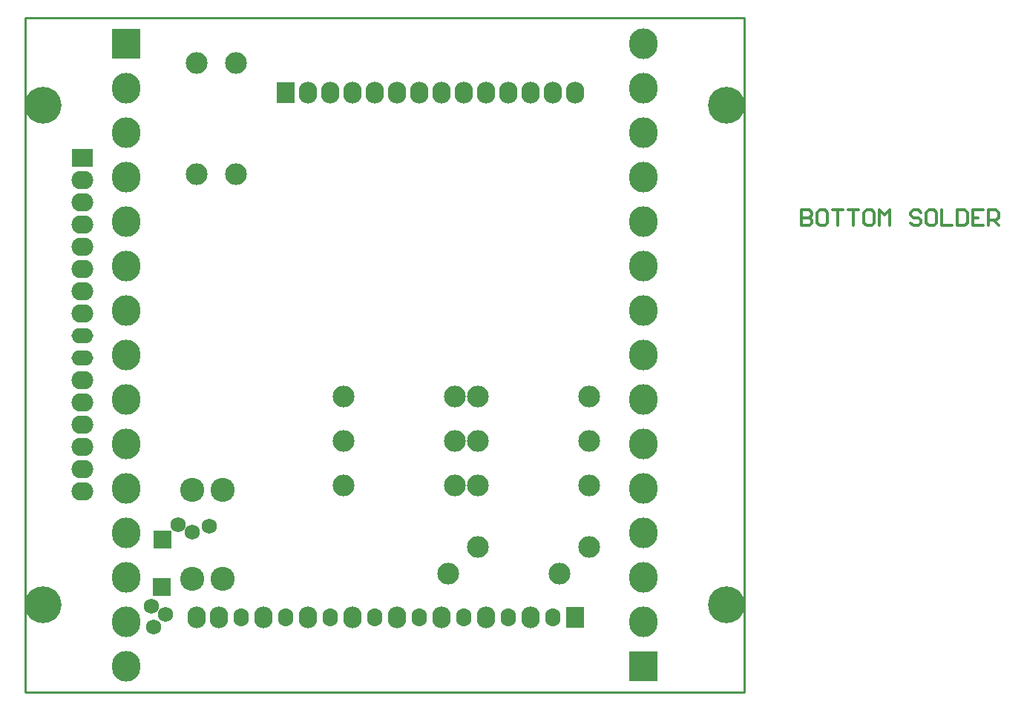
<source format=gbs>
G04 Layer_Color=16711935*
%FSLAX25Y25*%
%MOIN*%
G70*
G01*
G75*
%ADD12C,0.01200*%
%ADD36C,0.01000*%
%ADD41C,0.10800*%
%ADD42C,0.06800*%
%ADD43R,0.08300X0.09800*%
%ADD44O,0.08300X0.09800*%
%ADD45R,0.09800X0.08300*%
%ADD46O,0.09800X0.08300*%
%ADD47O,0.09800X0.06800*%
%ADD48O,0.12800X0.13800*%
%ADD49R,0.12800X0.13800*%
%ADD52C,0.16548*%
%ADD53O,0.06800X0.08300*%
%ADD54C,0.09800*%
%ADD55R,0.08268X0.07874*%
%ADD56R,0.08268X0.08268*%
D12*
X348561Y216847D02*
Y209849D01*
X352060D01*
X353226Y211015D01*
Y212181D01*
X352060Y213348D01*
X348561D01*
X352060D01*
X353226Y214514D01*
Y215680D01*
X352060Y216847D01*
X348561D01*
X359057D02*
X356725D01*
X355558Y215680D01*
Y211015D01*
X356725Y209849D01*
X359057D01*
X360224Y211015D01*
Y215680D01*
X359057Y216847D01*
X362556D02*
X367221D01*
X364889D01*
Y209849D01*
X369554Y216847D02*
X374219D01*
X371886D01*
Y209849D01*
X380050Y216847D02*
X377718D01*
X376552Y215680D01*
Y211015D01*
X377718Y209849D01*
X380050D01*
X381217Y211015D01*
Y215680D01*
X380050Y216847D01*
X383549Y209849D02*
Y216847D01*
X385882Y214514D01*
X388214Y216847D01*
Y209849D01*
X402210Y215680D02*
X401044Y216847D01*
X398711D01*
X397545Y215680D01*
Y214514D01*
X398711Y213348D01*
X401044D01*
X402210Y212181D01*
Y211015D01*
X401044Y209849D01*
X398711D01*
X397545Y211015D01*
X408041Y216847D02*
X405709D01*
X404542Y215680D01*
Y211015D01*
X405709Y209849D01*
X408041D01*
X409208Y211015D01*
Y215680D01*
X408041Y216847D01*
X411540D02*
Y209849D01*
X416206D01*
X418538Y216847D02*
Y209849D01*
X422037D01*
X423203Y211015D01*
Y215680D01*
X422037Y216847D01*
X418538D01*
X430201D02*
X425536D01*
Y209849D01*
X430201D01*
X425536Y213348D02*
X427868D01*
X432534Y209849D02*
Y216847D01*
X436032D01*
X437199Y215680D01*
Y213348D01*
X436032Y212181D01*
X432534D01*
X434866D02*
X437199Y209849D01*
D36*
X322835Y0D02*
Y303150D01*
X0D02*
X322835D01*
X0Y0D02*
Y303150D01*
Y0D02*
X322835D01*
D41*
X74819Y91032D02*
D03*
Y51032D02*
D03*
X88519Y91032D02*
D03*
Y51032D02*
D03*
D42*
X82432Y74600D02*
D03*
X74932Y72000D02*
D03*
X68432Y75100D02*
D03*
X62932Y34800D02*
D03*
X57531Y29300D02*
D03*
X56432Y38600D02*
D03*
D43*
X117008Y269685D02*
D03*
X246929Y33465D02*
D03*
D44*
X127008Y269685D02*
D03*
X137008D02*
D03*
X147008D02*
D03*
X157008D02*
D03*
X167008D02*
D03*
X177008D02*
D03*
X187008D02*
D03*
X197008D02*
D03*
X207008D02*
D03*
X217008D02*
D03*
X227008D02*
D03*
X237008D02*
D03*
X247008D02*
D03*
X76929Y33465D02*
D03*
X86929D02*
D03*
X106929D02*
D03*
X126929D02*
D03*
X146929D02*
D03*
X166929D02*
D03*
X186929D02*
D03*
X206929D02*
D03*
X226929D02*
D03*
D45*
X25591Y240158D02*
D03*
D46*
Y230157D02*
D03*
Y220158D02*
D03*
Y210157D02*
D03*
Y200157D02*
D03*
Y190157D02*
D03*
Y180157D02*
D03*
Y170158D02*
D03*
Y140157D02*
D03*
Y130157D02*
D03*
Y120158D02*
D03*
Y110158D02*
D03*
Y100157D02*
D03*
Y90158D02*
D03*
D47*
Y160158D02*
D03*
Y150157D02*
D03*
D48*
X45276Y31575D02*
D03*
Y51575D02*
D03*
Y71575D02*
D03*
Y91575D02*
D03*
Y111575D02*
D03*
Y131575D02*
D03*
Y151575D02*
D03*
Y171575D02*
D03*
Y191575D02*
D03*
Y211575D02*
D03*
Y231575D02*
D03*
Y251575D02*
D03*
Y271575D02*
D03*
Y11575D02*
D03*
X277559Y291575D02*
D03*
Y31575D02*
D03*
Y51575D02*
D03*
Y71575D02*
D03*
Y91575D02*
D03*
Y111575D02*
D03*
Y131575D02*
D03*
Y151575D02*
D03*
Y171575D02*
D03*
Y191575D02*
D03*
Y211575D02*
D03*
Y231575D02*
D03*
Y251575D02*
D03*
Y271575D02*
D03*
D49*
X45276Y291575D02*
D03*
X277559Y11575D02*
D03*
D52*
X7874Y263779D02*
D03*
X314961D02*
D03*
Y39370D02*
D03*
X7874D02*
D03*
D53*
X96929Y33465D02*
D03*
X116929D02*
D03*
X136929D02*
D03*
X156929D02*
D03*
X176929D02*
D03*
X196929D02*
D03*
X216929D02*
D03*
X236929D02*
D03*
D54*
X203268Y132736D02*
D03*
X253268D02*
D03*
X203268Y112736D02*
D03*
X253268D02*
D03*
X142736D02*
D03*
X192736D02*
D03*
X203268Y92736D02*
D03*
X253268D02*
D03*
X142736D02*
D03*
X192736D02*
D03*
X142736Y132736D02*
D03*
X192736D02*
D03*
X189736Y53236D02*
D03*
X239736D02*
D03*
X203268Y65236D02*
D03*
X253268D02*
D03*
X94488Y282874D02*
D03*
Y232874D02*
D03*
X76772Y282874D02*
D03*
Y232874D02*
D03*
D55*
X61465Y68463D02*
D03*
D56*
X61298Y47066D02*
D03*
M02*

</source>
